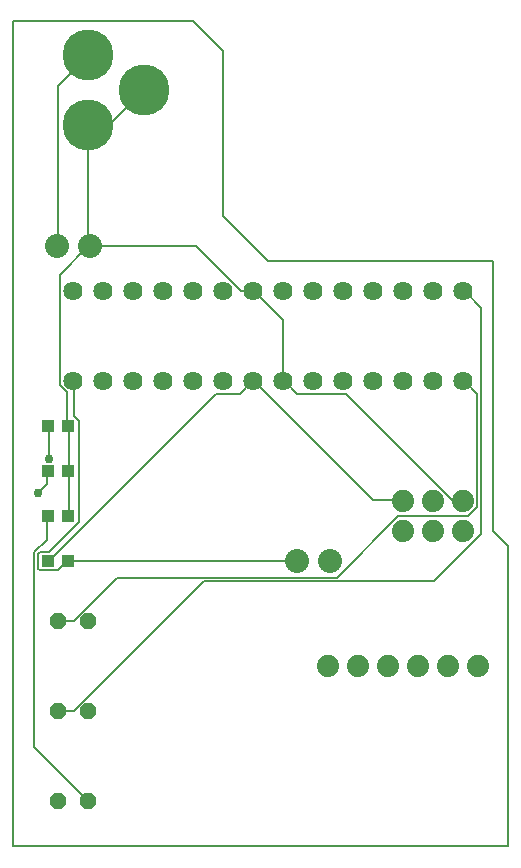
<source format=gbr>
G04 EAGLE Gerber RS-274X export*
G75*
%MOMM*%
%FSLAX34Y34*%
%LPD*%
%INTop Copper*%
%IPPOS*%
%AMOC8*
5,1,8,0,0,1.08239X$1,22.5*%
G01*
%ADD10C,4.318000*%
%ADD11C,2.032000*%
%ADD12C,1.625600*%
%ADD13R,1.100000X1.000000*%
%ADD14P,1.429621X8X22.500000*%
%ADD15C,1.879600*%
%ADD16C,0.152400*%
%ADD17C,0.756400*%


D10*
X190500Y924400D03*
X190500Y864400D03*
X237500Y894400D03*
D11*
X163830Y762000D03*
X191770Y762000D03*
D12*
X177800Y647700D03*
X203200Y647700D03*
X228600Y647700D03*
X254000Y647700D03*
X279400Y647700D03*
X304800Y647700D03*
X330200Y647700D03*
X355600Y647700D03*
X381000Y647700D03*
X406400Y647700D03*
X431800Y647700D03*
X457200Y647700D03*
X482600Y647700D03*
X508000Y647700D03*
X508000Y723900D03*
X482600Y723900D03*
X457200Y723900D03*
X431800Y723900D03*
X406400Y723900D03*
X381000Y723900D03*
X355600Y723900D03*
X330200Y723900D03*
X304800Y723900D03*
X279400Y723900D03*
X254000Y723900D03*
X228600Y723900D03*
X203200Y723900D03*
X177800Y723900D03*
D13*
X156600Y609600D03*
X173600Y609600D03*
X156600Y571500D03*
X173600Y571500D03*
X156600Y533400D03*
X173600Y533400D03*
X156600Y495300D03*
X173600Y495300D03*
D14*
X165100Y444500D03*
X190500Y444500D03*
X165100Y368300D03*
X190500Y368300D03*
X165100Y292100D03*
X190500Y292100D03*
D15*
X393700Y406400D03*
X419100Y406400D03*
X444500Y406400D03*
X469900Y406400D03*
X495300Y406400D03*
X520700Y406400D03*
D11*
X367030Y495300D03*
X394970Y495300D03*
D15*
X457200Y520700D03*
X457200Y546100D03*
X482600Y520700D03*
X482600Y546100D03*
X508000Y520700D03*
X508000Y546100D03*
D16*
X164592Y762000D02*
X164592Y897636D01*
X190500Y923544D01*
X164592Y762000D02*
X163830Y762000D01*
X190500Y923544D02*
X190500Y924400D01*
X298704Y637032D02*
X156972Y495300D01*
X298704Y637032D02*
X318516Y637032D01*
X329184Y647700D01*
X156972Y495300D02*
X156600Y495300D01*
X329184Y647700D02*
X330200Y647700D01*
X431292Y547116D02*
X457200Y547116D01*
X431292Y547116D02*
X330708Y647700D01*
X457200Y547116D02*
X457200Y546100D01*
X330708Y647700D02*
X330200Y647700D01*
X355092Y647700D02*
X355092Y699516D01*
X330708Y723900D01*
X355092Y647700D02*
X355600Y647700D01*
X330708Y723900D02*
X330200Y723900D01*
X498348Y547116D02*
X507492Y547116D01*
X498348Y547116D02*
X408432Y637032D01*
X367284Y637032D01*
X356616Y647700D01*
X507492Y547116D02*
X508000Y546100D01*
X356616Y647700D02*
X355600Y647700D01*
X173736Y571500D02*
X173736Y533400D01*
X173600Y533400D01*
X173736Y571500D02*
X173736Y609600D01*
X173600Y609600D01*
X173736Y571500D02*
X173600Y571500D01*
X172212Y609600D02*
X172212Y638556D01*
X166116Y644652D01*
X166116Y737616D01*
X190500Y762000D01*
X173600Y609600D02*
X172212Y609600D01*
X190500Y865632D02*
X208788Y865632D01*
X236220Y893064D01*
X190500Y865632D02*
X190500Y864400D01*
X236220Y893064D02*
X237500Y894400D01*
X190500Y864400D02*
X190500Y762000D01*
X191770Y762000D01*
X320040Y723900D02*
X330200Y723900D01*
X320040Y723900D02*
X281940Y762000D01*
X191770Y762000D01*
X156972Y609600D02*
X156972Y582168D01*
X156972Y609600D02*
X156600Y609600D01*
D17*
X156972Y582168D03*
D16*
X155448Y571500D02*
X155448Y560832D01*
X147828Y553212D01*
X155448Y571500D02*
X156600Y571500D01*
D17*
X147828Y553212D03*
D16*
X155448Y533400D02*
X155448Y513588D01*
X144780Y502920D01*
X144780Y338328D01*
X190500Y292608D01*
X156600Y533400D02*
X155448Y533400D01*
X190500Y292608D02*
X190500Y292100D01*
X178308Y445008D02*
X166116Y445008D01*
X178308Y445008D02*
X214884Y481584D01*
X400812Y481584D01*
X452628Y533400D01*
X512064Y533400D01*
X519684Y541020D01*
X519684Y637032D01*
X509016Y647700D01*
X166116Y445008D02*
X165100Y444500D01*
X508000Y647700D02*
X509016Y647700D01*
X178308Y368808D02*
X166116Y368808D01*
X178308Y368808D02*
X288036Y478536D01*
X483108Y478536D01*
X522732Y518160D01*
X522732Y710184D01*
X509016Y723900D01*
X166116Y368808D02*
X165100Y368300D01*
X508000Y723900D02*
X509016Y723900D01*
X367030Y495300D02*
X173600Y495300D01*
X178308Y618744D02*
X178308Y647700D01*
X178308Y618744D02*
X182880Y614172D01*
X182880Y528828D01*
X156972Y502920D01*
X149352Y502920D01*
X147828Y501396D01*
X147828Y489204D01*
X149352Y487680D01*
X164592Y487680D01*
X172212Y495300D01*
X177800Y647700D02*
X178308Y647700D01*
X173600Y495300D02*
X172212Y495300D01*
X127000Y927100D02*
X127000Y939800D01*
X127000Y927100D02*
X127000Y254000D01*
X546100Y254000D01*
X546100Y508000D01*
X533400Y520700D01*
X533400Y749300D01*
X342900Y749300D01*
X304800Y787400D01*
X304800Y927100D01*
X279400Y952500D01*
X127000Y952500D01*
X127000Y939800D01*
M02*

</source>
